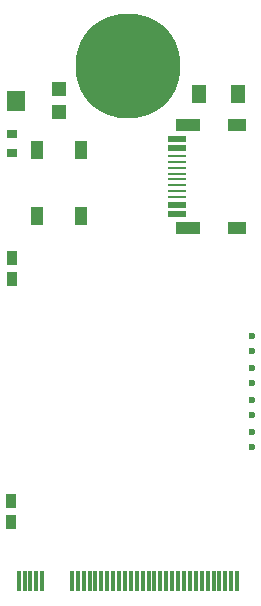
<source format=gbr>
%TF.GenerationSoftware,Altium Limited,Altium Designer,19.0.4 (130)*%
G04 Layer_Color=255*
%FSLAX26Y26*%
%MOIN*%
%TF.FileFunction,Pads,Top*%
%TF.Part,Single*%
G01*
G75*
%TA.AperFunction,SMDPad,CuDef*%
%ADD11C,0.023622*%
%ADD12R,0.037992X0.031496*%
%ADD13R,0.047244X0.059055*%
%ADD14R,0.039370X0.062992*%
%ADD15R,0.051181X0.047244*%
%ADD16R,0.062992X0.066929*%
%TA.AperFunction,ConnectorPad*%
%ADD17R,0.013386X0.070866*%
%TA.AperFunction,SMDPad,CuDef*%
%ADD18R,0.035000X0.050000*%
%ADD19R,0.059055X0.009800*%
%ADD20R,0.059055X0.009900*%
%TA.AperFunction,ConnectorPad*%
%ADD21R,0.059055X0.019700*%
%TA.AperFunction,ComponentPad*%
%ADD25C,0.350000*%
%ADD26C,0.035000*%
%ADD27R,0.063000X0.039400*%
%ADD28R,0.082700X0.039400*%
D11*
X4082858Y1892142D02*
D03*
Y1842142D02*
D03*
Y1786142D02*
D03*
Y1736142D02*
D03*
Y1521142D02*
D03*
Y1571142D02*
D03*
X4083000Y1628000D02*
D03*
Y1678000D02*
D03*
D12*
X3285000Y2564968D02*
D03*
Y2501976D02*
D03*
D13*
X3907000Y2697000D02*
D03*
X4037000D02*
D03*
D14*
X3368000Y2291000D02*
D03*
Y2511472D02*
D03*
X3513668Y2291000D02*
D03*
Y2511472D02*
D03*
D15*
X3439866Y2715370D02*
D03*
Y2636630D02*
D03*
D16*
X3298134Y2676000D02*
D03*
D17*
X3935598Y1074998D02*
D03*
X3384415Y1074999D02*
D03*
X3364720Y1074996D02*
D03*
X3345045Y1074999D02*
D03*
X3325350Y1074996D02*
D03*
X3305675Y1074999D02*
D03*
X3522210Y1075004D02*
D03*
X3502515Y1075001D02*
D03*
X3482840Y1075004D02*
D03*
X4034011Y1075005D02*
D03*
X4014336Y1075000D02*
D03*
X3994641Y1075005D02*
D03*
X3974966Y1075000D02*
D03*
X3955271Y1075005D02*
D03*
X3640320Y1075004D02*
D03*
X3620625Y1075001D02*
D03*
X3600950Y1075004D02*
D03*
X3581255Y1075001D02*
D03*
X3561580Y1075004D02*
D03*
X3541885Y1075001D02*
D03*
X3915899Y1075003D02*
D03*
X3896226Y1075000D02*
D03*
X3876531Y1075005D02*
D03*
X3856856Y1075000D02*
D03*
X3837161Y1075005D02*
D03*
X3817486Y1075000D02*
D03*
X3778106D02*
D03*
X3797801Y1074995D02*
D03*
X3738736Y1075000D02*
D03*
X3758431Y1074995D02*
D03*
X3699366Y1075000D02*
D03*
X3719061Y1075005D02*
D03*
X3679691Y1074995D02*
D03*
X3659995Y1075001D02*
D03*
D18*
X3283495Y2080000D02*
D03*
Y2150000D02*
D03*
X3281744Y1270005D02*
D03*
Y1340005D02*
D03*
D19*
X3834261Y2413160D02*
D03*
Y2432860D02*
D03*
Y2452560D02*
D03*
Y2393460D02*
D03*
D20*
Y2472210D02*
D03*
Y2491910D02*
D03*
Y2373810D02*
D03*
Y2354110D02*
D03*
D21*
Y2328510D02*
D03*
Y2297010D02*
D03*
Y2549010D02*
D03*
Y2517510D02*
D03*
D25*
X3670000Y2790000D02*
D03*
D26*
X3609000Y2895655D02*
D03*
X3731000D02*
D03*
X3792000Y2790000D02*
D03*
X3731000Y2684345D02*
D03*
X3609000D02*
D03*
X3548000Y2790000D02*
D03*
D27*
X4033872Y2593071D02*
D03*
X4033872Y2252939D02*
D03*
D28*
X3869285Y2593068D02*
D03*
Y2252944D02*
D03*
%TF.MD5,94a6f27e2f336924b61a702025f3f822*%
M02*

</source>
